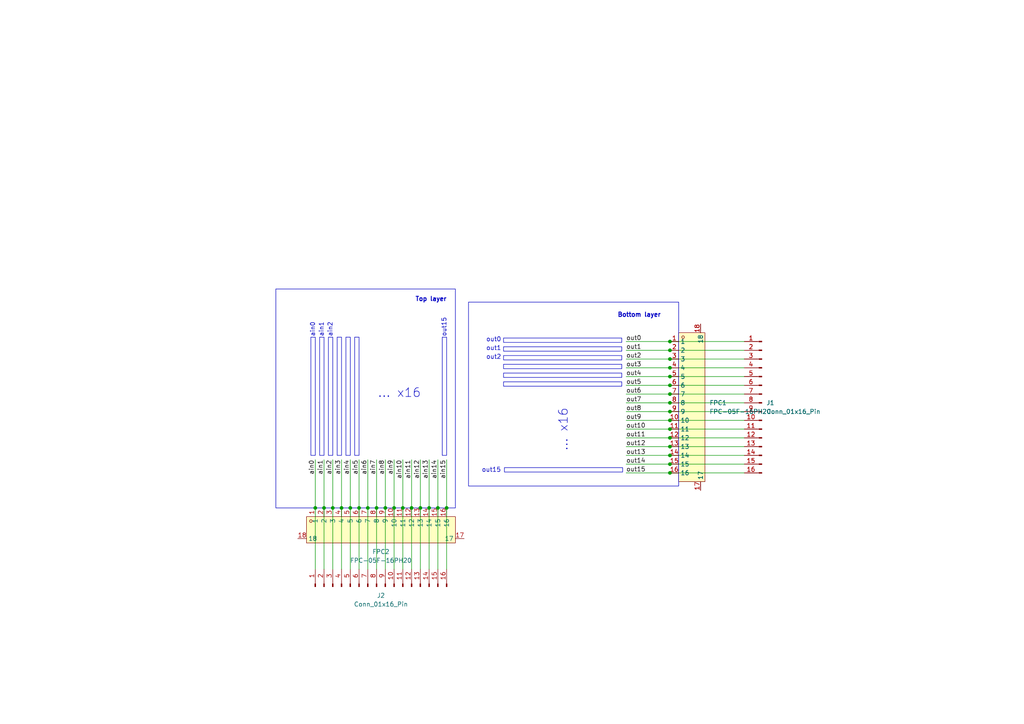
<source format=kicad_sch>
(kicad_sch (version 20231120) (generator "eeschema") (generator_version "8.0")
  (paper "A4")
  (lib_symbols
    (symbol "00_lcsc:FPC-05F-16PH20"
      (property "Reference" "FPC" (at 0 29.21 0))
      (property "Value" "FPC-05F-16PH20" (at 0 -29.21 0))
      (symbol "FPC-05F-16PH20_0_1"
        (rectangle (start -2.54 21.59) (end 5.08 -21.59) (fill (type background)))
        (circle (center -1.27 20.32) (radius 0.38))
        (pin unspecified line (at -5.08 19.05 0) (length 2.54) (name "1") (number "1"))
        (pin unspecified line (at -5.08 -3.81 0) (length 2.54) (name "10") (number "10"))
        (pin unspecified line (at -5.08 -6.35 0) (length 2.54) (name "11") (number "11"))
        (pin unspecified line (at -5.08 -8.89 0) (length 2.54) (name "12") (number "12"))
        (pin unspecified line (at -5.08 -11.43 0) (length 2.54) (name "13") (number "13"))
        (pin unspecified line (at -5.08 -13.97 0) (length 2.54) (name "14") (number "14"))
        (pin unspecified line (at -5.08 -16.51 0) (length 2.54) (name "15") (number "15"))
        (pin unspecified line (at -5.08 -19.05 0) (length 2.54) (name "16") (number "16"))
        (pin unspecified line (at 3.81 -24.13 90) (length 2.54) (name "17") (number "17"))
        (pin unspecified line (at 3.81 24.13 270) (length 2.54) (name "18") (number "18"))
        (pin unspecified line (at -5.08 16.51 0) (length 2.54) (name "2") (number "2"))
        (pin unspecified line (at -5.08 13.97 0) (length 2.54) (name "3") (number "3"))
        (pin unspecified line (at -5.08 11.43 0) (length 2.54) (name "4") (number "4"))
        (pin unspecified line (at -5.08 8.89 0) (length 2.54) (name "5") (number "5"))
        (pin unspecified line (at -5.08 6.35 0) (length 2.54) (name "6") (number "6"))
        (pin unspecified line (at -5.08 3.81 0) (length 2.54) (name "7") (number "7"))
        (pin unspecified line (at -5.08 1.27 0) (length 2.54) (name "8") (number "8"))
        (pin unspecified line (at -5.08 -1.27 0) (length 2.54) (name "9") (number "9"))
      )
    )
    (symbol "Connector:Conn_01x16_Pin" (pin_names (offset 1.016) hide)
      (property "Reference" "J" (at 0 20.32 0))
      (property "Value" "Conn_01x16_Pin" (at 0 -22.86 0))
      (symbol "Conn_01x16_Pin_1_1"
        (polyline (pts (xy 1.27 -20.32) (xy 0.8636 -20.32)) (stroke (width 0.1524)))
        (polyline (pts (xy 1.27 -17.78) (xy 0.8636 -17.78)) (stroke (width 0.1524)))
        (polyline (pts (xy 1.27 -15.24) (xy 0.8636 -15.24)) (stroke (width 0.1524)))
        (polyline (pts (xy 1.27 -12.7) (xy 0.8636 -12.7)) (stroke (width 0.1524)))
        (polyline (pts (xy 1.27 -10.16) (xy 0.8636 -10.16)) (stroke (width 0.1524)))
        (polyline (pts (xy 1.27 -7.62) (xy 0.8636 -7.62)) (stroke (width 0.1524)))
        (polyline (pts (xy 1.27 -5.08) (xy 0.8636 -5.08)) (stroke (width 0.1524)))
        (polyline (pts (xy 1.27 -2.54) (xy 0.8636 -2.54)) (stroke (width 0.1524)))
        (polyline (pts (xy 1.27 0) (xy 0.8636 0)) (stroke (width 0.1524)))
        (polyline (pts (xy 1.27 2.54) (xy 0.8636 2.54)) (stroke (width 0.1524)))
        (polyline (pts (xy 1.27 5.08) (xy 0.8636 5.08)) (stroke (width 0.1524)))
        (polyline (pts (xy 1.27 7.62) (xy 0.8636 7.62)) (stroke (width 0.1524)))
        (polyline (pts (xy 1.27 10.16) (xy 0.8636 10.16)) (stroke (width 0.1524)))
        (polyline (pts (xy 1.27 12.7) (xy 0.8636 12.7)) (stroke (width 0.1524)))
        (polyline (pts (xy 1.27 15.24) (xy 0.8636 15.24)) (stroke (width 0.1524)))
        (polyline (pts (xy 1.27 17.78) (xy 0.8636 17.78)) (stroke (width 0.1524)))
        (rectangle (start 0.8636 -20.193) (end 0 -20.447) (stroke (width 0.1524)) (fill (type outline)))
        (rectangle (start 0.8636 -17.653) (end 0 -17.907) (stroke (width 0.1524)) (fill (type outline)))
        (rectangle (start 0.8636 -15.113) (end 0 -15.367) (stroke (width 0.1524)) (fill (type outline)))
        (rectangle (start 0.8636 -12.573) (end 0 -12.827) (stroke (width 0.1524)) (fill (type outline)))
        (rectangle (start 0.8636 -10.033) (end 0 -10.287) (stroke (width 0.1524)) (fill (type outline)))
        (rectangle (start 0.8636 -7.493) (end 0 -7.747) (stroke (width 0.1524)) (fill (type outline)))
        (rectangle (start 0.8636 -4.953) (end 0 -5.207) (stroke (width 0.1524)) (fill (type outline)))
        (rectangle (start 0.8636 -2.413) (end 0 -2.667) (stroke (width 0.1524)) (fill (type outline)))
        (rectangle (start 0.8636 0.127) (end 0 -0.127) (stroke (width 0.1524)) (fill (type outline)))
        (rectangle (start 0.8636 2.667) (end 0 2.413) (stroke (width 0.1524)) (fill (type outline)))
        (rectangle (start 0.8636 5.207) (end 0 4.953) (stroke (width 0.1524)) (fill (type outline)))
        (rectangle (start 0.8636 7.747) (end 0 7.493) (stroke (width 0.1524)) (fill (type outline)))
        (rectangle (start 0.8636 10.287) (end 0 10.033) (stroke (width 0.1524)) (fill (type outline)))
        (rectangle (start 0.8636 12.827) (end 0 12.573) (stroke (width 0.1524)) (fill (type outline)))
        (rectangle (start 0.8636 15.367) (end 0 15.113) (stroke (width 0.1524)) (fill (type outline)))
        (rectangle (start 0.8636 17.907) (end 0 17.653) (stroke (width 0.1524)) (fill (type outline)))
        (pin passive line (at 5.08 17.78 180) (length 3.81) (name "Pin_1") (number "1"))
        (pin passive line (at 5.08 -5.08 180) (length 3.81) (name "Pin_10") (number "10"))
        (pin passive line (at 5.08 -7.62 180) (length 3.81) (name "Pin_11") (number "11"))
        (pin passive line (at 5.08 -10.16 180) (length 3.81) (name "Pin_12") (number "12"))
        (pin passive line (at 5.08 -12.7 180) (length 3.81) (name "Pin_13") (number "13"))
        (pin passive line (at 5.08 -15.24 180) (length 3.81) (name "Pin_14") (number "14"))
        (pin passive line (at 5.08 -17.78 180) (length 3.81) (name "Pin_15") (number "15"))
        (pin passive line (at 5.08 -20.32 180) (length 3.81) (name "Pin_16") (number "16"))
        (pin passive line (at 5.08 15.24 180) (length 3.81) (name "Pin_2") (number "2"))
        (pin passive line (at 5.08 12.7 180) (length 3.81) (name "Pin_3") (number "3"))
        (pin passive line (at 5.08 10.16 180) (length 3.81) (name "Pin_4") (number "4"))
        (pin passive line (at 5.08 7.62 180) (length 3.81) (name "Pin_5") (number "5"))
        (pin passive line (at 5.08 5.08 180) (length 3.81) (name "Pin_6") (number "6"))
        (pin passive line (at 5.08 2.54 180) (length 3.81) (name "Pin_7") (number "7"))
        (pin passive line (at 5.08 0 180) (length 3.81) (name "Pin_8") (number "8"))
        (pin passive line (at 5.08 -2.54 180) (length 3.81) (name "Pin_9") (number "9"))
      )
    )
  )
  (junction (at 194.31 134.62))
  (junction (at 194.31 121.92))
  (junction (at 194.31 137.16))
  (junction (at 106.68 147.32))
  (junction (at 104.14 147.32))
  (junction (at 96.52 147.32))
  (junction (at 121.92 147.32))
  (junction (at 194.31 124.46))
  (junction (at 111.76 147.32))
  (junction (at 194.31 119.38))
  (junction (at 194.31 99.06))
  (junction (at 119.38 147.32))
  (junction (at 194.31 116.84))
  (junction (at 127 147.32))
  (junction (at 194.31 109.22))
  (junction (at 194.31 127))
  (junction (at 114.3 147.32))
  (junction (at 194.31 106.68))
  (junction (at 194.31 104.14))
  (junction (at 194.31 129.54))
  (junction (at 194.31 132.08))
  (junction (at 129.54 147.32))
  (junction (at 101.6 147.32))
  (junction (at 116.84 147.32))
  (junction (at 99.06 147.32))
  (junction (at 124.46 147.32))
  (junction (at 194.31 111.76))
  (junction (at 194.31 101.6))
  (junction (at 194.31 114.3))
  (junction (at 109.22 147.32))
  (junction (at 93.98 147.32))
  (junction (at 91.44 147.32))
  (wire (pts (xy 101.6 133.35) (xy 101.6 147.32)))
  (wire (pts (xy 119.38 165.1) (xy 119.38 147.32)))
  (wire (pts (xy 181.61 137.16) (xy 194.31 137.16)))
  (wire (pts (xy 99.06 165.1) (xy 99.06 147.32)))
  (wire (pts (xy 124.46 165.1) (xy 124.46 147.32)))
  (wire (pts (xy 93.98 133.35) (xy 93.98 147.32)))
  (wire (pts (xy 101.6 165.1) (xy 101.6 147.32)))
  (wire (pts (xy 181.61 99.06) (xy 194.31 99.06)))
  (wire (pts (xy 215.9 132.08) (xy 194.31 132.08)))
  (wire (pts (xy 181.61 104.14) (xy 194.31 104.14)))
  (wire (pts (xy 91.44 133.35) (xy 91.44 147.32)))
  (wire (pts (xy 109.22 165.1) (xy 109.22 147.32)))
  (wire (pts (xy 215.9 129.54) (xy 194.31 129.54)))
  (wire (pts (xy 99.06 133.35) (xy 99.06 147.32)))
  (wire (pts (xy 181.61 101.6) (xy 194.31 101.6)))
  (wire (pts (xy 181.61 116.84) (xy 194.31 116.84)))
  (wire (pts (xy 181.61 121.92) (xy 194.31 121.92)))
  (wire (pts (xy 215.9 101.6) (xy 194.31 101.6)))
  (wire (pts (xy 181.61 134.62) (xy 194.31 134.62)))
  (wire (pts (xy 181.61 111.76) (xy 194.31 111.76)))
  (wire (pts (xy 96.52 165.1) (xy 96.52 147.32)))
  (wire (pts (xy 181.61 127) (xy 194.31 127)))
  (wire (pts (xy 127 133.35) (xy 127 147.32)))
  (wire (pts (xy 121.92 133.35) (xy 121.92 147.32)))
  (wire (pts (xy 181.61 106.68) (xy 194.31 106.68)))
  (wire (pts (xy 181.61 124.46) (xy 194.31 124.46)))
  (wire (pts (xy 215.9 111.76) (xy 194.31 111.76)))
  (wire (pts (xy 121.92 165.1) (xy 121.92 147.32)))
  (wire (pts (xy 215.9 137.16) (xy 194.31 137.16)))
  (wire (pts (xy 91.44 165.1) (xy 91.44 147.32)))
  (wire (pts (xy 109.22 133.35) (xy 109.22 147.32)))
  (wire (pts (xy 124.46 133.35) (xy 124.46 147.32)))
  (wire (pts (xy 104.14 133.35) (xy 104.14 147.32)))
  (wire (pts (xy 104.14 165.1) (xy 104.14 147.32)))
  (wire (pts (xy 116.84 165.1) (xy 116.84 147.32)))
  (wire (pts (xy 215.9 127) (xy 194.31 127)))
  (wire (pts (xy 119.38 133.35) (xy 119.38 147.32)))
  (wire (pts (xy 181.61 109.22) (xy 194.31 109.22)))
  (wire (pts (xy 215.9 124.46) (xy 194.31 124.46)))
  (wire (pts (xy 114.3 165.1) (xy 114.3 147.32)))
  (wire (pts (xy 111.76 165.1) (xy 111.76 147.32)))
  (wire (pts (xy 116.84 133.35) (xy 116.84 147.32)))
  (wire (pts (xy 215.9 134.62) (xy 194.31 134.62)))
  (wire (pts (xy 181.61 129.54) (xy 194.31 129.54)))
  (wire (pts (xy 215.9 109.22) (xy 194.31 109.22)))
  (wire (pts (xy 215.9 121.92) (xy 194.31 121.92)))
  (wire (pts (xy 127 165.1) (xy 127 147.32)))
  (wire (pts (xy 215.9 116.84) (xy 194.31 116.84)))
  (wire (pts (xy 215.9 104.14) (xy 194.31 104.14)))
  (wire (pts (xy 181.61 132.08) (xy 194.31 132.08)))
  (wire (pts (xy 129.54 133.35) (xy 129.54 147.32)))
  (wire (pts (xy 181.61 119.38) (xy 194.31 119.38)))
  (wire (pts (xy 106.68 133.35) (xy 106.68 147.32)))
  (wire (pts (xy 181.61 114.3) (xy 194.31 114.3)))
  (wire (pts (xy 93.98 165.1) (xy 93.98 147.32)))
  (wire (pts (xy 215.9 119.38) (xy 194.31 119.38)))
  (wire (pts (xy 114.3 133.35) (xy 114.3 147.32)))
  (wire (pts (xy 96.52 133.35) (xy 96.52 147.32)))
  (wire (pts (xy 106.68 165.1) (xy 106.68 147.32)))
  (wire (pts (xy 111.76 133.35) (xy 111.76 147.32)))
  (wire (pts (xy 215.9 99.06) (xy 194.31 99.06)))
  (wire (pts (xy 129.54 165.1) (xy 129.54 147.32)))
  (wire (pts (xy 215.9 114.3) (xy 194.31 114.3)))
  (wire (pts (xy 215.9 106.68) (xy 194.31 106.68)))
  (rectangle (start 100.33 97.79) (end 101.6 132.08) (fill (type color)))
  (rectangle (start 97.79 97.79) (end 99.06 132.08) (fill (type color)))
  (rectangle (start 146.05 98.044) (end 180.34 99.314) (fill (type color)))
  (rectangle (start 90.17 97.79) (end 91.44 132.08) (fill (type color)))
  (rectangle (start 146.304 135.636) (end 180.594 136.906) (fill (type color)))
  (rectangle (start 95.25 97.79) (end 96.52 132.08) (fill (type color)))
  (rectangle (start 146.05 100.584) (end 180.34 101.854) (fill (type color)))
  (rectangle (start 128.27 97.79) (end 129.54 132.08) (fill (type color)))
  (rectangle (start 135.89 87.63) (end 196.85 140.97))
  (rectangle (start 146.05 103.124) (end 180.34 104.394) (fill (type color)))
  (rectangle (start 146.05 108.204) (end 180.34 109.474) (fill (type color)))
  (rectangle (start 146.05 110.744) (end 180.34 112.014) (fill (type color)))
  (rectangle (start 146.05 105.664) (end 180.34 106.934) (fill (type color)))
  (rectangle (start 102.87 97.79) (end 104.14 132.08) (fill (type color)))
  (rectangle (start 92.71 97.79) (end 93.98 132.08) (fill (type color)))
  (rectangle (start 80.01 83.82) (end 132.08 147.32))
  (text "... x16" (at 164.846 118.364 90) (effects (font (size 2.54 2.54)) (justify right bottom)))
  (text "Bottom layer" (at 179.07 92.202 0) (effects (font (size 1.27 1.27) (thickness 0.254) (bold yes)) (justify left bottom)))
  (text "... x16" (at 122.174 115.57 0) (effects (font (size 2.54 2.54)) (justify right bottom)))
  (text "ain0" (at 91.44 97.79 90) (effects (font (size 1.27 1.27)) (justify left bottom)))
  (text "out15" (at 129.54 97.79 90) (effects (font (size 1.27 1.27)) (justify left bottom)))
  (text "ain1" (at 93.98 97.79 90) (effects (font (size 1.27 1.27)) (justify left bottom)))
  (text "out15" (at 139.7 137.16 0) (effects (font (size 1.27 1.27)) (justify left bottom)))
  (text "Top layer" (at 120.396 87.63 0) (effects (font (size 1.27 1.27) (thickness 0.254) (bold yes)) (justify left bottom)))
  (text "ain2" (at 96.52 97.79 90) (effects (font (size 1.27 1.27)) (justify left bottom)))
  (text "out2" (at 140.97 104.394 0) (effects (font (size 1.27 1.27)) (justify left bottom)))
  (text "out0" (at 140.97 99.314 0) (effects (font (size 1.27 1.27)) (justify left bottom)))
  (text "out1" (at 140.97 101.854 0) (effects (font (size 1.27 1.27)) (justify left bottom)))
  (label "out7" (at 181.61 116.84 0))
  (label "ain14" (at 127 133.35 270))
  (label "out13" (at 181.61 132.08 0))
  (label "ain3" (at 99.06 133.35 270))
  (label "ain2" (at 96.52 133.35 270))
  (label "out3" (at 181.61 106.68 0))
  (label "out11" (at 181.61 127 0))
  (label "out9" (at 181.61 121.92 0))
  (label "out8" (at 181.61 119.38 0))
  (label "ain1" (at 93.98 133.35 270))
  (label "out0" (at 181.61 99.06 0))
  (label "ain15" (at 129.54 133.35 270))
  (label "ain7" (at 109.22 133.35 270))
  (label "out12" (at 181.61 129.54 0))
  (label "ain13" (at 124.46 133.35 270))
  (label "ain12" (at 121.92 133.35 270))
  (label "out10" (at 181.61 124.46 0))
  (label "out5" (at 181.61 111.76 0))
  (label "ain8" (at 111.76 133.35 270))
  (label "out15" (at 181.61 137.16 0))
  (label "out4" (at 181.61 109.22 0))
  (label "out1" (at 181.61 101.6 0))
  (label "out2" (at 181.61 104.14 0))
  (label "out14" (at 181.61 134.62 0))
  (label "ain5" (at 104.14 133.35 270))
  (label "ain9" (at 114.3 133.35 270))
  (label "ain11" (at 119.38 133.35 270))
  (label "ain4" (at 101.6 133.35 270))
  (label "ain10" (at 116.84 133.35 270))
  (label "out6" (at 181.61 114.3 0))
  (label "ain6" (at 106.68 133.35 270))
  (label "ain0" (at 91.44 133.35 270))
  (symbol (lib_id "Connector:Conn_01x16_Pin") (at 109.22 170.18 90) (unit 1)
    (property "Reference" "J2" (at 110.49 172.72 90))
    (property "Value" "Conn_01x16_Pin" (at 110.49 175.26 90))
    (property "Footprint" "Connector_PinSocket_2.54mm:PinSocket_1x16_P2.54mm_Vertical" (effects (hide yes)))
    (property "Description" "Generic connector, single row, 01x16, script generated" (effects (hide yes)))
  )
  (symbol (lib_id "Connector:Conn_01x16_Pin") (at 220.98 116.84 0) (mirror y) (unit 1)
    (property "Reference" "J1" (at 222.25 116.8399 0) (effects (justify right)))
    (property "Value" "Conn_01x16_Pin" (at 222.25 119.3799 0) (effects (justify right)))
    (property "Footprint" "Connector_PinSocket_2.54mm:PinSocket_1x16_P2.54mm_Vertical" (effects (hide yes)))
    (property "Description" "Generic connector, single row, 01x16, script generated" (effects (hide yes)))
  )
  (symbol (lib_id "00_lcsc:FPC-05F-16PH20") (at 110.49 152.4 90) (mirror x) (unit 1)
    (property "Reference" "FPC2" (at 110.49 160.02 90))
    (property "Value" "FPC-05F-16PH20" (at 110.49 162.56 90))
    (property "Footprint" "00_lcsc:FPC-SMD_16P-P0.50_FPC-05F-16PH20" (effects (hide yes)))
    (property "LCSC Part" "C2856801" (effects (hide yes)))
  )
  (symbol (lib_id "00_lcsc:FPC-05F-16PH20") (at 199.39 118.11 0) (unit 1)
    (property "Reference" "FPC1" (at 205.74 116.8399 0) (effects (justify left)))
    (property "Value" "FPC-05F-16PH20" (at 205.74 119.3799 0) (effects (justify left)))
    (property "Footprint" "00_lcsc:FPC-SMD_16P-P0.50_FPC-05F-16PH20" (effects (hide yes)))
    (property "LCSC Part" "C2856801" (effects (hide yes)))
  )
)
</source>
